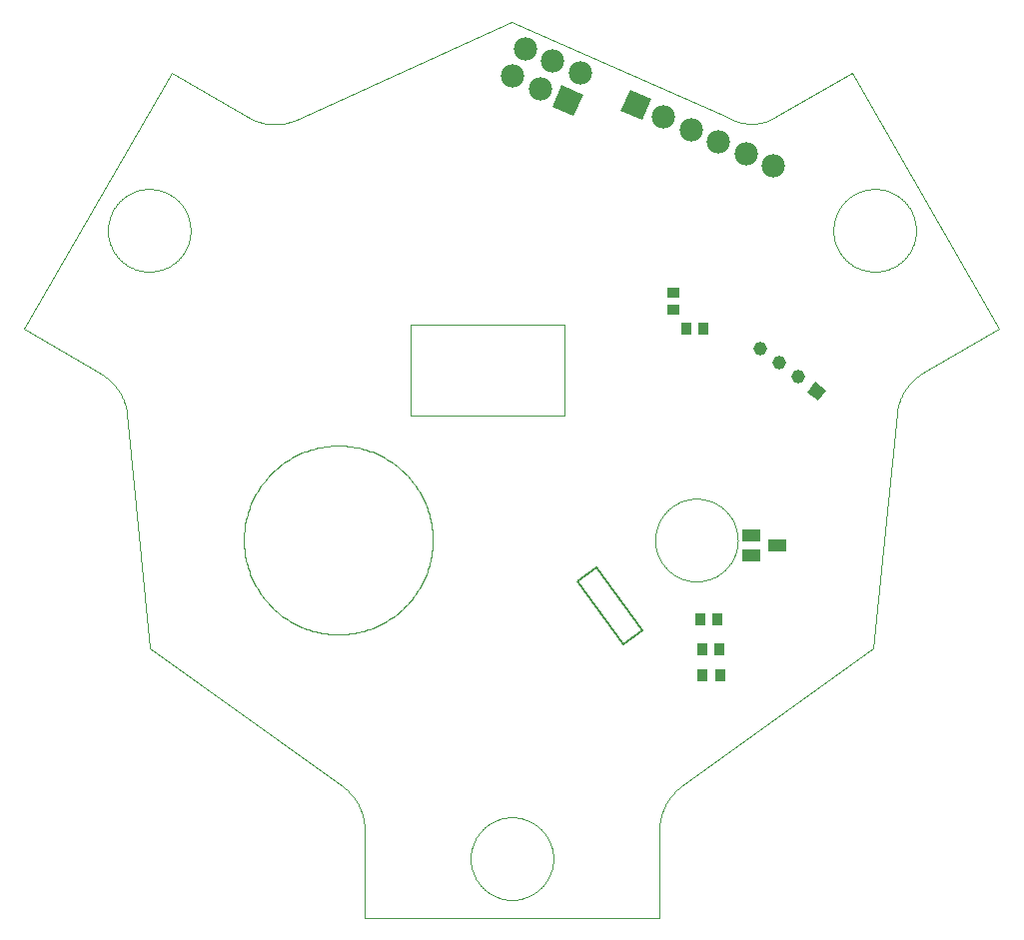
<source format=gbs>
G75*
%MOIN*%
%OFA0B0*%
%FSLAX25Y25*%
%IPPOS*%
%LPD*%
%AMOC8*
5,1,8,0,0,1.08239X$1,22.5*
%
%ADD10C,0.00000*%
%ADD11C,0.00000*%
%ADD12R,0.04337X0.03550*%
%ADD13R,0.03550X0.04337*%
%ADD14C,0.04534*%
%ADD15R,0.04534X0.04534*%
%ADD16R,0.07782X0.07782*%
%ADD17C,0.07782*%
%ADD18C,0.00500*%
%ADD19R,0.05912X0.04337*%
D10*
X0045299Y0091364D02*
X0109355Y0045419D01*
X0116756Y0031009D02*
X0116756Y0001600D01*
X0215181Y0001600D01*
X0215181Y0031009D01*
X0222583Y0045419D02*
X0286638Y0091364D01*
X0294394Y0169828D01*
X0303173Y0183450D02*
X0328646Y0198135D01*
X0279433Y0283411D01*
X0253961Y0268687D01*
X0253618Y0268494D01*
X0253271Y0268310D01*
X0252919Y0268134D01*
X0252563Y0267967D01*
X0252203Y0267809D01*
X0251840Y0267660D01*
X0251473Y0267519D01*
X0251102Y0267387D01*
X0250729Y0267265D01*
X0250352Y0267152D01*
X0249973Y0267047D01*
X0249592Y0266953D01*
X0249208Y0266867D01*
X0248822Y0266791D01*
X0248435Y0266724D01*
X0248046Y0266667D01*
X0247656Y0266619D01*
X0247264Y0266581D01*
X0246872Y0266552D01*
X0246480Y0266533D01*
X0246087Y0266523D01*
X0245693Y0266523D01*
X0245300Y0266533D01*
X0244908Y0266552D01*
X0244516Y0266581D01*
X0244124Y0266619D01*
X0243734Y0266667D01*
X0243345Y0266724D01*
X0242958Y0266791D01*
X0242572Y0266867D01*
X0242188Y0266953D01*
X0241807Y0267047D01*
X0241428Y0267152D01*
X0241051Y0267265D01*
X0240678Y0267387D01*
X0240307Y0267519D01*
X0239940Y0267660D01*
X0239577Y0267809D01*
X0239217Y0267967D01*
X0238861Y0268134D01*
X0238509Y0268310D01*
X0238162Y0268494D01*
X0237819Y0268687D01*
X0165969Y0300380D01*
X0094118Y0267899D01*
X0077977Y0268687D02*
X0052504Y0283411D01*
X0003292Y0198135D01*
X0028764Y0183175D01*
X0037543Y0169828D02*
X0045299Y0091364D01*
X0109354Y0045419D02*
X0109702Y0045163D01*
X0110043Y0044899D01*
X0110377Y0044627D01*
X0110705Y0044347D01*
X0111026Y0044058D01*
X0111340Y0043762D01*
X0111647Y0043459D01*
X0111946Y0043148D01*
X0112237Y0042830D01*
X0112521Y0042505D01*
X0112797Y0042174D01*
X0113064Y0041835D01*
X0113323Y0041491D01*
X0113574Y0041140D01*
X0113816Y0040783D01*
X0114050Y0040420D01*
X0114274Y0040052D01*
X0114490Y0039678D01*
X0114696Y0039299D01*
X0114893Y0038915D01*
X0115081Y0038527D01*
X0115259Y0038134D01*
X0115428Y0037737D01*
X0115586Y0037336D01*
X0115736Y0036932D01*
X0115875Y0036523D01*
X0116004Y0036112D01*
X0116123Y0035697D01*
X0116232Y0035280D01*
X0116331Y0034860D01*
X0116420Y0034438D01*
X0116498Y0034014D01*
X0116566Y0033588D01*
X0116624Y0033161D01*
X0116671Y0032732D01*
X0116708Y0032302D01*
X0116735Y0031872D01*
X0116751Y0031440D01*
X0116756Y0031009D01*
X0215181Y0031009D02*
X0215186Y0031440D01*
X0215202Y0031871D01*
X0215228Y0032302D01*
X0215265Y0032732D01*
X0215312Y0033161D01*
X0215370Y0033588D01*
X0215438Y0034014D01*
X0215516Y0034438D01*
X0215604Y0034860D01*
X0215703Y0035280D01*
X0215812Y0035698D01*
X0215931Y0036112D01*
X0216061Y0036524D01*
X0216200Y0036932D01*
X0216349Y0037337D01*
X0216508Y0037738D01*
X0216676Y0038135D01*
X0216855Y0038528D01*
X0217042Y0038916D01*
X0217239Y0039300D01*
X0217446Y0039679D01*
X0217661Y0040052D01*
X0217886Y0040421D01*
X0218119Y0040783D01*
X0218361Y0041140D01*
X0218612Y0041491D01*
X0218872Y0041836D01*
X0219139Y0042174D01*
X0219415Y0042506D01*
X0219699Y0042831D01*
X0219990Y0043149D01*
X0220289Y0043460D01*
X0220596Y0043763D01*
X0220910Y0044059D01*
X0221231Y0044347D01*
X0221559Y0044627D01*
X0221894Y0044899D01*
X0222235Y0045163D01*
X0222583Y0045418D01*
X0294394Y0169828D02*
X0294442Y0170257D01*
X0294500Y0170685D01*
X0294568Y0171111D01*
X0294647Y0171535D01*
X0294736Y0171957D01*
X0294835Y0172377D01*
X0294945Y0172795D01*
X0295064Y0173209D01*
X0295194Y0173621D01*
X0295334Y0174029D01*
X0295483Y0174434D01*
X0295642Y0174835D01*
X0295811Y0175232D01*
X0295990Y0175625D01*
X0296178Y0176013D01*
X0296376Y0176397D01*
X0296582Y0176776D01*
X0296798Y0177149D01*
X0297023Y0177517D01*
X0297257Y0177880D01*
X0297499Y0178237D01*
X0297750Y0178588D01*
X0298010Y0178933D01*
X0298278Y0179271D01*
X0298554Y0179603D01*
X0298838Y0179928D01*
X0299130Y0180245D01*
X0299429Y0180556D01*
X0299736Y0180859D01*
X0300050Y0181155D01*
X0300371Y0181443D01*
X0300700Y0181723D01*
X0301035Y0181996D01*
X0301376Y0182259D01*
X0301724Y0182515D01*
X0302078Y0182762D01*
X0302437Y0183000D01*
X0302803Y0183230D01*
X0303174Y0183450D01*
X0094118Y0267899D02*
X0093724Y0267726D01*
X0093326Y0267564D01*
X0092924Y0267410D01*
X0092518Y0267267D01*
X0092109Y0267134D01*
X0091697Y0267010D01*
X0091282Y0266897D01*
X0090864Y0266793D01*
X0090444Y0266700D01*
X0090022Y0266617D01*
X0089598Y0266545D01*
X0089172Y0266482D01*
X0088745Y0266430D01*
X0088317Y0266389D01*
X0087888Y0266357D01*
X0087458Y0266337D01*
X0087028Y0266326D01*
X0086597Y0266326D01*
X0086167Y0266337D01*
X0085737Y0266358D01*
X0085308Y0266389D01*
X0084880Y0266431D01*
X0084453Y0266483D01*
X0084027Y0266546D01*
X0083603Y0266619D01*
X0083181Y0266702D01*
X0082761Y0266795D01*
X0082344Y0266898D01*
X0081929Y0267012D01*
X0081516Y0267136D01*
X0081107Y0267269D01*
X0080702Y0267413D01*
X0080300Y0267566D01*
X0079902Y0267729D01*
X0079507Y0267902D01*
X0079118Y0268084D01*
X0078732Y0268275D01*
X0078352Y0268476D01*
X0077976Y0268686D01*
X0028764Y0183174D02*
X0029137Y0182949D01*
X0029504Y0182715D01*
X0029865Y0182473D01*
X0030221Y0182221D01*
X0030570Y0181961D01*
X0030913Y0181693D01*
X0031250Y0181417D01*
X0031580Y0181132D01*
X0031902Y0180840D01*
X0032218Y0180540D01*
X0032526Y0180233D01*
X0032827Y0179918D01*
X0033120Y0179596D01*
X0033406Y0179267D01*
X0033683Y0178931D01*
X0033952Y0178589D01*
X0034213Y0178240D01*
X0034465Y0177885D01*
X0034709Y0177524D01*
X0034944Y0177158D01*
X0035170Y0176785D01*
X0035387Y0176408D01*
X0035594Y0176025D01*
X0035793Y0175638D01*
X0035982Y0175245D01*
X0036162Y0174849D01*
X0036332Y0174448D01*
X0036492Y0174043D01*
X0036642Y0173634D01*
X0036783Y0173222D01*
X0036914Y0172807D01*
X0037034Y0172388D01*
X0037145Y0171967D01*
X0037245Y0171543D01*
X0037335Y0171117D01*
X0037415Y0170689D01*
X0037484Y0170259D01*
X0037543Y0169828D01*
D11*
X0031157Y0230931D02*
X0031161Y0231269D01*
X0031174Y0231607D01*
X0031194Y0231945D01*
X0031223Y0232282D01*
X0031261Y0232618D01*
X0031306Y0232953D01*
X0031360Y0233287D01*
X0031422Y0233619D01*
X0031492Y0233950D01*
X0031570Y0234279D01*
X0031656Y0234606D01*
X0031750Y0234931D01*
X0031853Y0235254D01*
X0031963Y0235573D01*
X0032080Y0235890D01*
X0032206Y0236204D01*
X0032339Y0236515D01*
X0032480Y0236823D01*
X0032628Y0237127D01*
X0032784Y0237427D01*
X0032947Y0237723D01*
X0033117Y0238015D01*
X0033295Y0238303D01*
X0033479Y0238587D01*
X0033671Y0238866D01*
X0033869Y0239140D01*
X0034074Y0239409D01*
X0034285Y0239673D01*
X0034503Y0239932D01*
X0034727Y0240185D01*
X0034957Y0240433D01*
X0035193Y0240675D01*
X0035435Y0240911D01*
X0035683Y0241141D01*
X0035936Y0241365D01*
X0036195Y0241583D01*
X0036459Y0241794D01*
X0036728Y0241999D01*
X0037002Y0242197D01*
X0037281Y0242389D01*
X0037565Y0242573D01*
X0037853Y0242751D01*
X0038145Y0242921D01*
X0038441Y0243084D01*
X0038741Y0243240D01*
X0039045Y0243388D01*
X0039353Y0243529D01*
X0039664Y0243662D01*
X0039978Y0243788D01*
X0040295Y0243905D01*
X0040614Y0244015D01*
X0040937Y0244118D01*
X0041262Y0244212D01*
X0041589Y0244298D01*
X0041918Y0244376D01*
X0042249Y0244446D01*
X0042581Y0244508D01*
X0042915Y0244562D01*
X0043250Y0244607D01*
X0043586Y0244645D01*
X0043923Y0244674D01*
X0044261Y0244694D01*
X0044599Y0244707D01*
X0044937Y0244711D01*
X0045275Y0244707D01*
X0045613Y0244694D01*
X0045951Y0244674D01*
X0046288Y0244645D01*
X0046624Y0244607D01*
X0046959Y0244562D01*
X0047293Y0244508D01*
X0047625Y0244446D01*
X0047956Y0244376D01*
X0048285Y0244298D01*
X0048612Y0244212D01*
X0048937Y0244118D01*
X0049260Y0244015D01*
X0049579Y0243905D01*
X0049896Y0243788D01*
X0050210Y0243662D01*
X0050521Y0243529D01*
X0050829Y0243388D01*
X0051133Y0243240D01*
X0051433Y0243084D01*
X0051729Y0242921D01*
X0052021Y0242751D01*
X0052309Y0242573D01*
X0052593Y0242389D01*
X0052872Y0242197D01*
X0053146Y0241999D01*
X0053415Y0241794D01*
X0053679Y0241583D01*
X0053938Y0241365D01*
X0054191Y0241141D01*
X0054439Y0240911D01*
X0054681Y0240675D01*
X0054917Y0240433D01*
X0055147Y0240185D01*
X0055371Y0239932D01*
X0055589Y0239673D01*
X0055800Y0239409D01*
X0056005Y0239140D01*
X0056203Y0238866D01*
X0056395Y0238587D01*
X0056579Y0238303D01*
X0056757Y0238015D01*
X0056927Y0237723D01*
X0057090Y0237427D01*
X0057246Y0237127D01*
X0057394Y0236823D01*
X0057535Y0236515D01*
X0057668Y0236204D01*
X0057794Y0235890D01*
X0057911Y0235573D01*
X0058021Y0235254D01*
X0058124Y0234931D01*
X0058218Y0234606D01*
X0058304Y0234279D01*
X0058382Y0233950D01*
X0058452Y0233619D01*
X0058514Y0233287D01*
X0058568Y0232953D01*
X0058613Y0232618D01*
X0058651Y0232282D01*
X0058680Y0231945D01*
X0058700Y0231607D01*
X0058713Y0231269D01*
X0058717Y0230931D01*
X0058713Y0230593D01*
X0058700Y0230255D01*
X0058680Y0229917D01*
X0058651Y0229580D01*
X0058613Y0229244D01*
X0058568Y0228909D01*
X0058514Y0228575D01*
X0058452Y0228243D01*
X0058382Y0227912D01*
X0058304Y0227583D01*
X0058218Y0227256D01*
X0058124Y0226931D01*
X0058021Y0226608D01*
X0057911Y0226289D01*
X0057794Y0225972D01*
X0057668Y0225658D01*
X0057535Y0225347D01*
X0057394Y0225039D01*
X0057246Y0224735D01*
X0057090Y0224435D01*
X0056927Y0224139D01*
X0056757Y0223847D01*
X0056579Y0223559D01*
X0056395Y0223275D01*
X0056203Y0222996D01*
X0056005Y0222722D01*
X0055800Y0222453D01*
X0055589Y0222189D01*
X0055371Y0221930D01*
X0055147Y0221677D01*
X0054917Y0221429D01*
X0054681Y0221187D01*
X0054439Y0220951D01*
X0054191Y0220721D01*
X0053938Y0220497D01*
X0053679Y0220279D01*
X0053415Y0220068D01*
X0053146Y0219863D01*
X0052872Y0219665D01*
X0052593Y0219473D01*
X0052309Y0219289D01*
X0052021Y0219111D01*
X0051729Y0218941D01*
X0051433Y0218778D01*
X0051133Y0218622D01*
X0050829Y0218474D01*
X0050521Y0218333D01*
X0050210Y0218200D01*
X0049896Y0218074D01*
X0049579Y0217957D01*
X0049260Y0217847D01*
X0048937Y0217744D01*
X0048612Y0217650D01*
X0048285Y0217564D01*
X0047956Y0217486D01*
X0047625Y0217416D01*
X0047293Y0217354D01*
X0046959Y0217300D01*
X0046624Y0217255D01*
X0046288Y0217217D01*
X0045951Y0217188D01*
X0045613Y0217168D01*
X0045275Y0217155D01*
X0044937Y0217151D01*
X0044599Y0217155D01*
X0044261Y0217168D01*
X0043923Y0217188D01*
X0043586Y0217217D01*
X0043250Y0217255D01*
X0042915Y0217300D01*
X0042581Y0217354D01*
X0042249Y0217416D01*
X0041918Y0217486D01*
X0041589Y0217564D01*
X0041262Y0217650D01*
X0040937Y0217744D01*
X0040614Y0217847D01*
X0040295Y0217957D01*
X0039978Y0218074D01*
X0039664Y0218200D01*
X0039353Y0218333D01*
X0039045Y0218474D01*
X0038741Y0218622D01*
X0038441Y0218778D01*
X0038145Y0218941D01*
X0037853Y0219111D01*
X0037565Y0219289D01*
X0037281Y0219473D01*
X0037002Y0219665D01*
X0036728Y0219863D01*
X0036459Y0220068D01*
X0036195Y0220279D01*
X0035936Y0220497D01*
X0035683Y0220721D01*
X0035435Y0220951D01*
X0035193Y0221187D01*
X0034957Y0221429D01*
X0034727Y0221677D01*
X0034503Y0221930D01*
X0034285Y0222189D01*
X0034074Y0222453D01*
X0033869Y0222722D01*
X0033671Y0222996D01*
X0033479Y0223275D01*
X0033295Y0223559D01*
X0033117Y0223847D01*
X0032947Y0224139D01*
X0032784Y0224435D01*
X0032628Y0224735D01*
X0032480Y0225039D01*
X0032339Y0225347D01*
X0032206Y0225658D01*
X0032080Y0225972D01*
X0031963Y0226289D01*
X0031853Y0226608D01*
X0031750Y0226931D01*
X0031656Y0227256D01*
X0031570Y0227583D01*
X0031492Y0227912D01*
X0031422Y0228243D01*
X0031360Y0228575D01*
X0031306Y0228909D01*
X0031261Y0229244D01*
X0031223Y0229580D01*
X0031194Y0229917D01*
X0031174Y0230255D01*
X0031161Y0230593D01*
X0031157Y0230931D01*
X0132189Y0199395D02*
X0132189Y0169238D01*
X0183370Y0169238D01*
X0183370Y0199395D01*
X0132189Y0199395D01*
X0076520Y0127584D02*
X0076529Y0128357D01*
X0076558Y0129129D01*
X0076605Y0129901D01*
X0076672Y0130671D01*
X0076757Y0131439D01*
X0076861Y0132205D01*
X0076984Y0132969D01*
X0077125Y0133729D01*
X0077285Y0134485D01*
X0077464Y0135237D01*
X0077661Y0135984D01*
X0077876Y0136727D01*
X0078110Y0137464D01*
X0078361Y0138195D01*
X0078630Y0138919D01*
X0078917Y0139637D01*
X0079222Y0140347D01*
X0079544Y0141050D01*
X0079883Y0141745D01*
X0080239Y0142431D01*
X0080612Y0143108D01*
X0081001Y0143776D01*
X0081406Y0144434D01*
X0081828Y0145082D01*
X0082265Y0145720D01*
X0082718Y0146346D01*
X0083186Y0146961D01*
X0083669Y0147565D01*
X0084167Y0148156D01*
X0084679Y0148735D01*
X0085205Y0149302D01*
X0085745Y0149855D01*
X0086298Y0150395D01*
X0086865Y0150921D01*
X0087444Y0151433D01*
X0088035Y0151931D01*
X0088639Y0152414D01*
X0089254Y0152882D01*
X0089880Y0153335D01*
X0090518Y0153772D01*
X0091166Y0154194D01*
X0091824Y0154599D01*
X0092492Y0154988D01*
X0093169Y0155361D01*
X0093855Y0155717D01*
X0094550Y0156056D01*
X0095253Y0156378D01*
X0095963Y0156683D01*
X0096681Y0156970D01*
X0097405Y0157239D01*
X0098136Y0157490D01*
X0098873Y0157724D01*
X0099616Y0157939D01*
X0100363Y0158136D01*
X0101115Y0158315D01*
X0101871Y0158475D01*
X0102631Y0158616D01*
X0103395Y0158739D01*
X0104161Y0158843D01*
X0104929Y0158928D01*
X0105699Y0158995D01*
X0106471Y0159042D01*
X0107243Y0159071D01*
X0108016Y0159080D01*
X0108789Y0159071D01*
X0109561Y0159042D01*
X0110333Y0158995D01*
X0111103Y0158928D01*
X0111871Y0158843D01*
X0112637Y0158739D01*
X0113401Y0158616D01*
X0114161Y0158475D01*
X0114917Y0158315D01*
X0115669Y0158136D01*
X0116416Y0157939D01*
X0117159Y0157724D01*
X0117896Y0157490D01*
X0118627Y0157239D01*
X0119351Y0156970D01*
X0120069Y0156683D01*
X0120779Y0156378D01*
X0121482Y0156056D01*
X0122177Y0155717D01*
X0122863Y0155361D01*
X0123540Y0154988D01*
X0124208Y0154599D01*
X0124866Y0154194D01*
X0125514Y0153772D01*
X0126152Y0153335D01*
X0126778Y0152882D01*
X0127393Y0152414D01*
X0127997Y0151931D01*
X0128588Y0151433D01*
X0129167Y0150921D01*
X0129734Y0150395D01*
X0130287Y0149855D01*
X0130827Y0149302D01*
X0131353Y0148735D01*
X0131865Y0148156D01*
X0132363Y0147565D01*
X0132846Y0146961D01*
X0133314Y0146346D01*
X0133767Y0145720D01*
X0134204Y0145082D01*
X0134626Y0144434D01*
X0135031Y0143776D01*
X0135420Y0143108D01*
X0135793Y0142431D01*
X0136149Y0141745D01*
X0136488Y0141050D01*
X0136810Y0140347D01*
X0137115Y0139637D01*
X0137402Y0138919D01*
X0137671Y0138195D01*
X0137922Y0137464D01*
X0138156Y0136727D01*
X0138371Y0135984D01*
X0138568Y0135237D01*
X0138747Y0134485D01*
X0138907Y0133729D01*
X0139048Y0132969D01*
X0139171Y0132205D01*
X0139275Y0131439D01*
X0139360Y0130671D01*
X0139427Y0129901D01*
X0139474Y0129129D01*
X0139503Y0128357D01*
X0139512Y0127584D01*
X0139503Y0126811D01*
X0139474Y0126039D01*
X0139427Y0125267D01*
X0139360Y0124497D01*
X0139275Y0123729D01*
X0139171Y0122963D01*
X0139048Y0122199D01*
X0138907Y0121439D01*
X0138747Y0120683D01*
X0138568Y0119931D01*
X0138371Y0119184D01*
X0138156Y0118441D01*
X0137922Y0117704D01*
X0137671Y0116973D01*
X0137402Y0116249D01*
X0137115Y0115531D01*
X0136810Y0114821D01*
X0136488Y0114118D01*
X0136149Y0113423D01*
X0135793Y0112737D01*
X0135420Y0112060D01*
X0135031Y0111392D01*
X0134626Y0110734D01*
X0134204Y0110086D01*
X0133767Y0109448D01*
X0133314Y0108822D01*
X0132846Y0108207D01*
X0132363Y0107603D01*
X0131865Y0107012D01*
X0131353Y0106433D01*
X0130827Y0105866D01*
X0130287Y0105313D01*
X0129734Y0104773D01*
X0129167Y0104247D01*
X0128588Y0103735D01*
X0127997Y0103237D01*
X0127393Y0102754D01*
X0126778Y0102286D01*
X0126152Y0101833D01*
X0125514Y0101396D01*
X0124866Y0100974D01*
X0124208Y0100569D01*
X0123540Y0100180D01*
X0122863Y0099807D01*
X0122177Y0099451D01*
X0121482Y0099112D01*
X0120779Y0098790D01*
X0120069Y0098485D01*
X0119351Y0098198D01*
X0118627Y0097929D01*
X0117896Y0097678D01*
X0117159Y0097444D01*
X0116416Y0097229D01*
X0115669Y0097032D01*
X0114917Y0096853D01*
X0114161Y0096693D01*
X0113401Y0096552D01*
X0112637Y0096429D01*
X0111871Y0096325D01*
X0111103Y0096240D01*
X0110333Y0096173D01*
X0109561Y0096126D01*
X0108789Y0096097D01*
X0108016Y0096088D01*
X0107243Y0096097D01*
X0106471Y0096126D01*
X0105699Y0096173D01*
X0104929Y0096240D01*
X0104161Y0096325D01*
X0103395Y0096429D01*
X0102631Y0096552D01*
X0101871Y0096693D01*
X0101115Y0096853D01*
X0100363Y0097032D01*
X0099616Y0097229D01*
X0098873Y0097444D01*
X0098136Y0097678D01*
X0097405Y0097929D01*
X0096681Y0098198D01*
X0095963Y0098485D01*
X0095253Y0098790D01*
X0094550Y0099112D01*
X0093855Y0099451D01*
X0093169Y0099807D01*
X0092492Y0100180D01*
X0091824Y0100569D01*
X0091166Y0100974D01*
X0090518Y0101396D01*
X0089880Y0101833D01*
X0089254Y0102286D01*
X0088639Y0102754D01*
X0088035Y0103237D01*
X0087444Y0103735D01*
X0086865Y0104247D01*
X0086298Y0104773D01*
X0085745Y0105313D01*
X0085205Y0105866D01*
X0084679Y0106433D01*
X0084167Y0107012D01*
X0083669Y0107603D01*
X0083186Y0108207D01*
X0082718Y0108822D01*
X0082265Y0109448D01*
X0081828Y0110086D01*
X0081406Y0110734D01*
X0081001Y0111392D01*
X0080612Y0112060D01*
X0080239Y0112737D01*
X0079883Y0113423D01*
X0079544Y0114118D01*
X0079222Y0114821D01*
X0078917Y0115531D01*
X0078630Y0116249D01*
X0078361Y0116973D01*
X0078110Y0117704D01*
X0077876Y0118441D01*
X0077661Y0119184D01*
X0077464Y0119931D01*
X0077285Y0120683D01*
X0077125Y0121439D01*
X0076984Y0122199D01*
X0076861Y0122963D01*
X0076757Y0123729D01*
X0076672Y0124497D01*
X0076605Y0125267D01*
X0076558Y0126039D01*
X0076529Y0126811D01*
X0076520Y0127584D01*
X0152197Y0021285D02*
X0152201Y0021623D01*
X0152214Y0021961D01*
X0152234Y0022299D01*
X0152263Y0022636D01*
X0152301Y0022972D01*
X0152346Y0023307D01*
X0152400Y0023641D01*
X0152462Y0023973D01*
X0152532Y0024304D01*
X0152610Y0024633D01*
X0152696Y0024960D01*
X0152790Y0025285D01*
X0152893Y0025608D01*
X0153003Y0025927D01*
X0153120Y0026244D01*
X0153246Y0026558D01*
X0153379Y0026869D01*
X0153520Y0027177D01*
X0153668Y0027481D01*
X0153824Y0027781D01*
X0153987Y0028077D01*
X0154157Y0028369D01*
X0154335Y0028657D01*
X0154519Y0028941D01*
X0154711Y0029220D01*
X0154909Y0029494D01*
X0155114Y0029763D01*
X0155325Y0030027D01*
X0155543Y0030286D01*
X0155767Y0030539D01*
X0155997Y0030787D01*
X0156233Y0031029D01*
X0156475Y0031265D01*
X0156723Y0031495D01*
X0156976Y0031719D01*
X0157235Y0031937D01*
X0157499Y0032148D01*
X0157768Y0032353D01*
X0158042Y0032551D01*
X0158321Y0032743D01*
X0158605Y0032927D01*
X0158893Y0033105D01*
X0159185Y0033275D01*
X0159481Y0033438D01*
X0159781Y0033594D01*
X0160085Y0033742D01*
X0160393Y0033883D01*
X0160704Y0034016D01*
X0161018Y0034142D01*
X0161335Y0034259D01*
X0161654Y0034369D01*
X0161977Y0034472D01*
X0162302Y0034566D01*
X0162629Y0034652D01*
X0162958Y0034730D01*
X0163289Y0034800D01*
X0163621Y0034862D01*
X0163955Y0034916D01*
X0164290Y0034961D01*
X0164626Y0034999D01*
X0164963Y0035028D01*
X0165301Y0035048D01*
X0165639Y0035061D01*
X0165977Y0035065D01*
X0166315Y0035061D01*
X0166653Y0035048D01*
X0166991Y0035028D01*
X0167328Y0034999D01*
X0167664Y0034961D01*
X0167999Y0034916D01*
X0168333Y0034862D01*
X0168665Y0034800D01*
X0168996Y0034730D01*
X0169325Y0034652D01*
X0169652Y0034566D01*
X0169977Y0034472D01*
X0170300Y0034369D01*
X0170619Y0034259D01*
X0170936Y0034142D01*
X0171250Y0034016D01*
X0171561Y0033883D01*
X0171869Y0033742D01*
X0172173Y0033594D01*
X0172473Y0033438D01*
X0172769Y0033275D01*
X0173061Y0033105D01*
X0173349Y0032927D01*
X0173633Y0032743D01*
X0173912Y0032551D01*
X0174186Y0032353D01*
X0174455Y0032148D01*
X0174719Y0031937D01*
X0174978Y0031719D01*
X0175231Y0031495D01*
X0175479Y0031265D01*
X0175721Y0031029D01*
X0175957Y0030787D01*
X0176187Y0030539D01*
X0176411Y0030286D01*
X0176629Y0030027D01*
X0176840Y0029763D01*
X0177045Y0029494D01*
X0177243Y0029220D01*
X0177435Y0028941D01*
X0177619Y0028657D01*
X0177797Y0028369D01*
X0177967Y0028077D01*
X0178130Y0027781D01*
X0178286Y0027481D01*
X0178434Y0027177D01*
X0178575Y0026869D01*
X0178708Y0026558D01*
X0178834Y0026244D01*
X0178951Y0025927D01*
X0179061Y0025608D01*
X0179164Y0025285D01*
X0179258Y0024960D01*
X0179344Y0024633D01*
X0179422Y0024304D01*
X0179492Y0023973D01*
X0179554Y0023641D01*
X0179608Y0023307D01*
X0179653Y0022972D01*
X0179691Y0022636D01*
X0179720Y0022299D01*
X0179740Y0021961D01*
X0179753Y0021623D01*
X0179757Y0021285D01*
X0179753Y0020947D01*
X0179740Y0020609D01*
X0179720Y0020271D01*
X0179691Y0019934D01*
X0179653Y0019598D01*
X0179608Y0019263D01*
X0179554Y0018929D01*
X0179492Y0018597D01*
X0179422Y0018266D01*
X0179344Y0017937D01*
X0179258Y0017610D01*
X0179164Y0017285D01*
X0179061Y0016962D01*
X0178951Y0016643D01*
X0178834Y0016326D01*
X0178708Y0016012D01*
X0178575Y0015701D01*
X0178434Y0015393D01*
X0178286Y0015089D01*
X0178130Y0014789D01*
X0177967Y0014493D01*
X0177797Y0014201D01*
X0177619Y0013913D01*
X0177435Y0013629D01*
X0177243Y0013350D01*
X0177045Y0013076D01*
X0176840Y0012807D01*
X0176629Y0012543D01*
X0176411Y0012284D01*
X0176187Y0012031D01*
X0175957Y0011783D01*
X0175721Y0011541D01*
X0175479Y0011305D01*
X0175231Y0011075D01*
X0174978Y0010851D01*
X0174719Y0010633D01*
X0174455Y0010422D01*
X0174186Y0010217D01*
X0173912Y0010019D01*
X0173633Y0009827D01*
X0173349Y0009643D01*
X0173061Y0009465D01*
X0172769Y0009295D01*
X0172473Y0009132D01*
X0172173Y0008976D01*
X0171869Y0008828D01*
X0171561Y0008687D01*
X0171250Y0008554D01*
X0170936Y0008428D01*
X0170619Y0008311D01*
X0170300Y0008201D01*
X0169977Y0008098D01*
X0169652Y0008004D01*
X0169325Y0007918D01*
X0168996Y0007840D01*
X0168665Y0007770D01*
X0168333Y0007708D01*
X0167999Y0007654D01*
X0167664Y0007609D01*
X0167328Y0007571D01*
X0166991Y0007542D01*
X0166653Y0007522D01*
X0166315Y0007509D01*
X0165977Y0007505D01*
X0165639Y0007509D01*
X0165301Y0007522D01*
X0164963Y0007542D01*
X0164626Y0007571D01*
X0164290Y0007609D01*
X0163955Y0007654D01*
X0163621Y0007708D01*
X0163289Y0007770D01*
X0162958Y0007840D01*
X0162629Y0007918D01*
X0162302Y0008004D01*
X0161977Y0008098D01*
X0161654Y0008201D01*
X0161335Y0008311D01*
X0161018Y0008428D01*
X0160704Y0008554D01*
X0160393Y0008687D01*
X0160085Y0008828D01*
X0159781Y0008976D01*
X0159481Y0009132D01*
X0159185Y0009295D01*
X0158893Y0009465D01*
X0158605Y0009643D01*
X0158321Y0009827D01*
X0158042Y0010019D01*
X0157768Y0010217D01*
X0157499Y0010422D01*
X0157235Y0010633D01*
X0156976Y0010851D01*
X0156723Y0011075D01*
X0156475Y0011305D01*
X0156233Y0011541D01*
X0155997Y0011783D01*
X0155767Y0012031D01*
X0155543Y0012284D01*
X0155325Y0012543D01*
X0155114Y0012807D01*
X0154909Y0013076D01*
X0154711Y0013350D01*
X0154519Y0013629D01*
X0154335Y0013913D01*
X0154157Y0014201D01*
X0153987Y0014493D01*
X0153824Y0014789D01*
X0153668Y0015089D01*
X0153520Y0015393D01*
X0153379Y0015701D01*
X0153246Y0016012D01*
X0153120Y0016326D01*
X0153003Y0016643D01*
X0152893Y0016962D01*
X0152790Y0017285D01*
X0152696Y0017610D01*
X0152610Y0017937D01*
X0152532Y0018266D01*
X0152462Y0018597D01*
X0152400Y0018929D01*
X0152346Y0019263D01*
X0152301Y0019598D01*
X0152263Y0019934D01*
X0152234Y0020271D01*
X0152214Y0020609D01*
X0152201Y0020947D01*
X0152197Y0021285D01*
X0213763Y0127584D02*
X0213767Y0127922D01*
X0213780Y0128260D01*
X0213800Y0128598D01*
X0213829Y0128935D01*
X0213867Y0129271D01*
X0213912Y0129606D01*
X0213966Y0129940D01*
X0214028Y0130272D01*
X0214098Y0130603D01*
X0214176Y0130932D01*
X0214262Y0131259D01*
X0214356Y0131584D01*
X0214459Y0131907D01*
X0214569Y0132226D01*
X0214686Y0132543D01*
X0214812Y0132857D01*
X0214945Y0133168D01*
X0215086Y0133476D01*
X0215234Y0133780D01*
X0215390Y0134080D01*
X0215553Y0134376D01*
X0215723Y0134668D01*
X0215901Y0134956D01*
X0216085Y0135240D01*
X0216277Y0135519D01*
X0216475Y0135793D01*
X0216680Y0136062D01*
X0216891Y0136326D01*
X0217109Y0136585D01*
X0217333Y0136838D01*
X0217563Y0137086D01*
X0217799Y0137328D01*
X0218041Y0137564D01*
X0218289Y0137794D01*
X0218542Y0138018D01*
X0218801Y0138236D01*
X0219065Y0138447D01*
X0219334Y0138652D01*
X0219608Y0138850D01*
X0219887Y0139042D01*
X0220171Y0139226D01*
X0220459Y0139404D01*
X0220751Y0139574D01*
X0221047Y0139737D01*
X0221347Y0139893D01*
X0221651Y0140041D01*
X0221959Y0140182D01*
X0222270Y0140315D01*
X0222584Y0140441D01*
X0222901Y0140558D01*
X0223220Y0140668D01*
X0223543Y0140771D01*
X0223868Y0140865D01*
X0224195Y0140951D01*
X0224524Y0141029D01*
X0224855Y0141099D01*
X0225187Y0141161D01*
X0225521Y0141215D01*
X0225856Y0141260D01*
X0226192Y0141298D01*
X0226529Y0141327D01*
X0226867Y0141347D01*
X0227205Y0141360D01*
X0227543Y0141364D01*
X0227881Y0141360D01*
X0228219Y0141347D01*
X0228557Y0141327D01*
X0228894Y0141298D01*
X0229230Y0141260D01*
X0229565Y0141215D01*
X0229899Y0141161D01*
X0230231Y0141099D01*
X0230562Y0141029D01*
X0230891Y0140951D01*
X0231218Y0140865D01*
X0231543Y0140771D01*
X0231866Y0140668D01*
X0232185Y0140558D01*
X0232502Y0140441D01*
X0232816Y0140315D01*
X0233127Y0140182D01*
X0233435Y0140041D01*
X0233739Y0139893D01*
X0234039Y0139737D01*
X0234335Y0139574D01*
X0234627Y0139404D01*
X0234915Y0139226D01*
X0235199Y0139042D01*
X0235478Y0138850D01*
X0235752Y0138652D01*
X0236021Y0138447D01*
X0236285Y0138236D01*
X0236544Y0138018D01*
X0236797Y0137794D01*
X0237045Y0137564D01*
X0237287Y0137328D01*
X0237523Y0137086D01*
X0237753Y0136838D01*
X0237977Y0136585D01*
X0238195Y0136326D01*
X0238406Y0136062D01*
X0238611Y0135793D01*
X0238809Y0135519D01*
X0239001Y0135240D01*
X0239185Y0134956D01*
X0239363Y0134668D01*
X0239533Y0134376D01*
X0239696Y0134080D01*
X0239852Y0133780D01*
X0240000Y0133476D01*
X0240141Y0133168D01*
X0240274Y0132857D01*
X0240400Y0132543D01*
X0240517Y0132226D01*
X0240627Y0131907D01*
X0240730Y0131584D01*
X0240824Y0131259D01*
X0240910Y0130932D01*
X0240988Y0130603D01*
X0241058Y0130272D01*
X0241120Y0129940D01*
X0241174Y0129606D01*
X0241219Y0129271D01*
X0241257Y0128935D01*
X0241286Y0128598D01*
X0241306Y0128260D01*
X0241319Y0127922D01*
X0241323Y0127584D01*
X0241319Y0127246D01*
X0241306Y0126908D01*
X0241286Y0126570D01*
X0241257Y0126233D01*
X0241219Y0125897D01*
X0241174Y0125562D01*
X0241120Y0125228D01*
X0241058Y0124896D01*
X0240988Y0124565D01*
X0240910Y0124236D01*
X0240824Y0123909D01*
X0240730Y0123584D01*
X0240627Y0123261D01*
X0240517Y0122942D01*
X0240400Y0122625D01*
X0240274Y0122311D01*
X0240141Y0122000D01*
X0240000Y0121692D01*
X0239852Y0121388D01*
X0239696Y0121088D01*
X0239533Y0120792D01*
X0239363Y0120500D01*
X0239185Y0120212D01*
X0239001Y0119928D01*
X0238809Y0119649D01*
X0238611Y0119375D01*
X0238406Y0119106D01*
X0238195Y0118842D01*
X0237977Y0118583D01*
X0237753Y0118330D01*
X0237523Y0118082D01*
X0237287Y0117840D01*
X0237045Y0117604D01*
X0236797Y0117374D01*
X0236544Y0117150D01*
X0236285Y0116932D01*
X0236021Y0116721D01*
X0235752Y0116516D01*
X0235478Y0116318D01*
X0235199Y0116126D01*
X0234915Y0115942D01*
X0234627Y0115764D01*
X0234335Y0115594D01*
X0234039Y0115431D01*
X0233739Y0115275D01*
X0233435Y0115127D01*
X0233127Y0114986D01*
X0232816Y0114853D01*
X0232502Y0114727D01*
X0232185Y0114610D01*
X0231866Y0114500D01*
X0231543Y0114397D01*
X0231218Y0114303D01*
X0230891Y0114217D01*
X0230562Y0114139D01*
X0230231Y0114069D01*
X0229899Y0114007D01*
X0229565Y0113953D01*
X0229230Y0113908D01*
X0228894Y0113870D01*
X0228557Y0113841D01*
X0228219Y0113821D01*
X0227881Y0113808D01*
X0227543Y0113804D01*
X0227205Y0113808D01*
X0226867Y0113821D01*
X0226529Y0113841D01*
X0226192Y0113870D01*
X0225856Y0113908D01*
X0225521Y0113953D01*
X0225187Y0114007D01*
X0224855Y0114069D01*
X0224524Y0114139D01*
X0224195Y0114217D01*
X0223868Y0114303D01*
X0223543Y0114397D01*
X0223220Y0114500D01*
X0222901Y0114610D01*
X0222584Y0114727D01*
X0222270Y0114853D01*
X0221959Y0114986D01*
X0221651Y0115127D01*
X0221347Y0115275D01*
X0221047Y0115431D01*
X0220751Y0115594D01*
X0220459Y0115764D01*
X0220171Y0115942D01*
X0219887Y0116126D01*
X0219608Y0116318D01*
X0219334Y0116516D01*
X0219065Y0116721D01*
X0218801Y0116932D01*
X0218542Y0117150D01*
X0218289Y0117374D01*
X0218041Y0117604D01*
X0217799Y0117840D01*
X0217563Y0118082D01*
X0217333Y0118330D01*
X0217109Y0118583D01*
X0216891Y0118842D01*
X0216680Y0119106D01*
X0216475Y0119375D01*
X0216277Y0119649D01*
X0216085Y0119928D01*
X0215901Y0120212D01*
X0215723Y0120500D01*
X0215553Y0120792D01*
X0215390Y0121088D01*
X0215234Y0121388D01*
X0215086Y0121692D01*
X0214945Y0122000D01*
X0214812Y0122311D01*
X0214686Y0122625D01*
X0214569Y0122942D01*
X0214459Y0123261D01*
X0214356Y0123584D01*
X0214262Y0123909D01*
X0214176Y0124236D01*
X0214098Y0124565D01*
X0214028Y0124896D01*
X0213966Y0125228D01*
X0213912Y0125562D01*
X0213867Y0125897D01*
X0213829Y0126233D01*
X0213800Y0126570D01*
X0213780Y0126908D01*
X0213767Y0127246D01*
X0213763Y0127584D01*
X0273236Y0230931D02*
X0273240Y0231269D01*
X0273253Y0231607D01*
X0273273Y0231945D01*
X0273302Y0232282D01*
X0273340Y0232618D01*
X0273385Y0232953D01*
X0273439Y0233287D01*
X0273501Y0233619D01*
X0273571Y0233950D01*
X0273649Y0234279D01*
X0273735Y0234606D01*
X0273829Y0234931D01*
X0273932Y0235254D01*
X0274042Y0235573D01*
X0274159Y0235890D01*
X0274285Y0236204D01*
X0274418Y0236515D01*
X0274559Y0236823D01*
X0274707Y0237127D01*
X0274863Y0237427D01*
X0275026Y0237723D01*
X0275196Y0238015D01*
X0275374Y0238303D01*
X0275558Y0238587D01*
X0275750Y0238866D01*
X0275948Y0239140D01*
X0276153Y0239409D01*
X0276364Y0239673D01*
X0276582Y0239932D01*
X0276806Y0240185D01*
X0277036Y0240433D01*
X0277272Y0240675D01*
X0277514Y0240911D01*
X0277762Y0241141D01*
X0278015Y0241365D01*
X0278274Y0241583D01*
X0278538Y0241794D01*
X0278807Y0241999D01*
X0279081Y0242197D01*
X0279360Y0242389D01*
X0279644Y0242573D01*
X0279932Y0242751D01*
X0280224Y0242921D01*
X0280520Y0243084D01*
X0280820Y0243240D01*
X0281124Y0243388D01*
X0281432Y0243529D01*
X0281743Y0243662D01*
X0282057Y0243788D01*
X0282374Y0243905D01*
X0282693Y0244015D01*
X0283016Y0244118D01*
X0283341Y0244212D01*
X0283668Y0244298D01*
X0283997Y0244376D01*
X0284328Y0244446D01*
X0284660Y0244508D01*
X0284994Y0244562D01*
X0285329Y0244607D01*
X0285665Y0244645D01*
X0286002Y0244674D01*
X0286340Y0244694D01*
X0286678Y0244707D01*
X0287016Y0244711D01*
X0287354Y0244707D01*
X0287692Y0244694D01*
X0288030Y0244674D01*
X0288367Y0244645D01*
X0288703Y0244607D01*
X0289038Y0244562D01*
X0289372Y0244508D01*
X0289704Y0244446D01*
X0290035Y0244376D01*
X0290364Y0244298D01*
X0290691Y0244212D01*
X0291016Y0244118D01*
X0291339Y0244015D01*
X0291658Y0243905D01*
X0291975Y0243788D01*
X0292289Y0243662D01*
X0292600Y0243529D01*
X0292908Y0243388D01*
X0293212Y0243240D01*
X0293512Y0243084D01*
X0293808Y0242921D01*
X0294100Y0242751D01*
X0294388Y0242573D01*
X0294672Y0242389D01*
X0294951Y0242197D01*
X0295225Y0241999D01*
X0295494Y0241794D01*
X0295758Y0241583D01*
X0296017Y0241365D01*
X0296270Y0241141D01*
X0296518Y0240911D01*
X0296760Y0240675D01*
X0296996Y0240433D01*
X0297226Y0240185D01*
X0297450Y0239932D01*
X0297668Y0239673D01*
X0297879Y0239409D01*
X0298084Y0239140D01*
X0298282Y0238866D01*
X0298474Y0238587D01*
X0298658Y0238303D01*
X0298836Y0238015D01*
X0299006Y0237723D01*
X0299169Y0237427D01*
X0299325Y0237127D01*
X0299473Y0236823D01*
X0299614Y0236515D01*
X0299747Y0236204D01*
X0299873Y0235890D01*
X0299990Y0235573D01*
X0300100Y0235254D01*
X0300203Y0234931D01*
X0300297Y0234606D01*
X0300383Y0234279D01*
X0300461Y0233950D01*
X0300531Y0233619D01*
X0300593Y0233287D01*
X0300647Y0232953D01*
X0300692Y0232618D01*
X0300730Y0232282D01*
X0300759Y0231945D01*
X0300779Y0231607D01*
X0300792Y0231269D01*
X0300796Y0230931D01*
X0300792Y0230593D01*
X0300779Y0230255D01*
X0300759Y0229917D01*
X0300730Y0229580D01*
X0300692Y0229244D01*
X0300647Y0228909D01*
X0300593Y0228575D01*
X0300531Y0228243D01*
X0300461Y0227912D01*
X0300383Y0227583D01*
X0300297Y0227256D01*
X0300203Y0226931D01*
X0300100Y0226608D01*
X0299990Y0226289D01*
X0299873Y0225972D01*
X0299747Y0225658D01*
X0299614Y0225347D01*
X0299473Y0225039D01*
X0299325Y0224735D01*
X0299169Y0224435D01*
X0299006Y0224139D01*
X0298836Y0223847D01*
X0298658Y0223559D01*
X0298474Y0223275D01*
X0298282Y0222996D01*
X0298084Y0222722D01*
X0297879Y0222453D01*
X0297668Y0222189D01*
X0297450Y0221930D01*
X0297226Y0221677D01*
X0296996Y0221429D01*
X0296760Y0221187D01*
X0296518Y0220951D01*
X0296270Y0220721D01*
X0296017Y0220497D01*
X0295758Y0220279D01*
X0295494Y0220068D01*
X0295225Y0219863D01*
X0294951Y0219665D01*
X0294672Y0219473D01*
X0294388Y0219289D01*
X0294100Y0219111D01*
X0293808Y0218941D01*
X0293512Y0218778D01*
X0293212Y0218622D01*
X0292908Y0218474D01*
X0292600Y0218333D01*
X0292289Y0218200D01*
X0291975Y0218074D01*
X0291658Y0217957D01*
X0291339Y0217847D01*
X0291016Y0217744D01*
X0290691Y0217650D01*
X0290364Y0217564D01*
X0290035Y0217486D01*
X0289704Y0217416D01*
X0289372Y0217354D01*
X0289038Y0217300D01*
X0288703Y0217255D01*
X0288367Y0217217D01*
X0288030Y0217188D01*
X0287692Y0217168D01*
X0287354Y0217155D01*
X0287016Y0217151D01*
X0286678Y0217155D01*
X0286340Y0217168D01*
X0286002Y0217188D01*
X0285665Y0217217D01*
X0285329Y0217255D01*
X0284994Y0217300D01*
X0284660Y0217354D01*
X0284328Y0217416D01*
X0283997Y0217486D01*
X0283668Y0217564D01*
X0283341Y0217650D01*
X0283016Y0217744D01*
X0282693Y0217847D01*
X0282374Y0217957D01*
X0282057Y0218074D01*
X0281743Y0218200D01*
X0281432Y0218333D01*
X0281124Y0218474D01*
X0280820Y0218622D01*
X0280520Y0218778D01*
X0280224Y0218941D01*
X0279932Y0219111D01*
X0279644Y0219289D01*
X0279360Y0219473D01*
X0279081Y0219665D01*
X0278807Y0219863D01*
X0278538Y0220068D01*
X0278274Y0220279D01*
X0278015Y0220497D01*
X0277762Y0220721D01*
X0277514Y0220951D01*
X0277272Y0221187D01*
X0277036Y0221429D01*
X0276806Y0221677D01*
X0276582Y0221930D01*
X0276364Y0222189D01*
X0276153Y0222453D01*
X0275948Y0222722D01*
X0275750Y0222996D01*
X0275558Y0223275D01*
X0275374Y0223559D01*
X0275196Y0223847D01*
X0275026Y0224139D01*
X0274863Y0224435D01*
X0274707Y0224735D01*
X0274559Y0225039D01*
X0274418Y0225347D01*
X0274285Y0225658D01*
X0274159Y0225972D01*
X0274042Y0226289D01*
X0273932Y0226608D01*
X0273829Y0226931D01*
X0273735Y0227256D01*
X0273649Y0227583D01*
X0273571Y0227912D01*
X0273501Y0228243D01*
X0273439Y0228575D01*
X0273385Y0228909D01*
X0273340Y0229244D01*
X0273302Y0229580D01*
X0273273Y0229917D01*
X0273253Y0230255D01*
X0273240Y0230593D01*
X0273236Y0230931D01*
D12*
X0219892Y0210254D03*
X0219892Y0204546D03*
D13*
X0224037Y0198000D03*
X0229746Y0198000D03*
X0228837Y0101000D03*
X0234546Y0101000D03*
X0235146Y0091200D03*
X0229437Y0091200D03*
X0229637Y0082600D03*
X0235346Y0082600D03*
D14*
X0261375Y0181997D03*
X0255137Y0186801D03*
X0248898Y0191606D03*
D15*
G36*
X0267202Y0180372D02*
X0270793Y0177605D01*
X0268026Y0174014D01*
X0264435Y0176781D01*
X0267202Y0180372D01*
G37*
D16*
G36*
X0209424Y0267631D02*
X0202316Y0270797D01*
X0205482Y0277905D01*
X0212590Y0274739D01*
X0209424Y0267631D01*
G37*
G36*
X0182622Y0279302D02*
X0189730Y0276136D01*
X0186564Y0269028D01*
X0179456Y0272194D01*
X0182622Y0279302D01*
G37*
D17*
X0188661Y0283300D03*
X0179525Y0287368D03*
X0170390Y0291435D03*
X0166322Y0282300D03*
X0175458Y0278232D03*
X0216624Y0268685D03*
X0225760Y0264618D03*
X0234895Y0260550D03*
X0244139Y0256435D03*
X0253274Y0252368D03*
D18*
X0194211Y0118436D02*
X0209493Y0097402D01*
X0203183Y0092817D01*
X0187900Y0113852D01*
X0194211Y0118436D01*
D19*
X0245761Y0122454D03*
X0245761Y0129146D03*
X0254422Y0125800D03*
M02*

</source>
